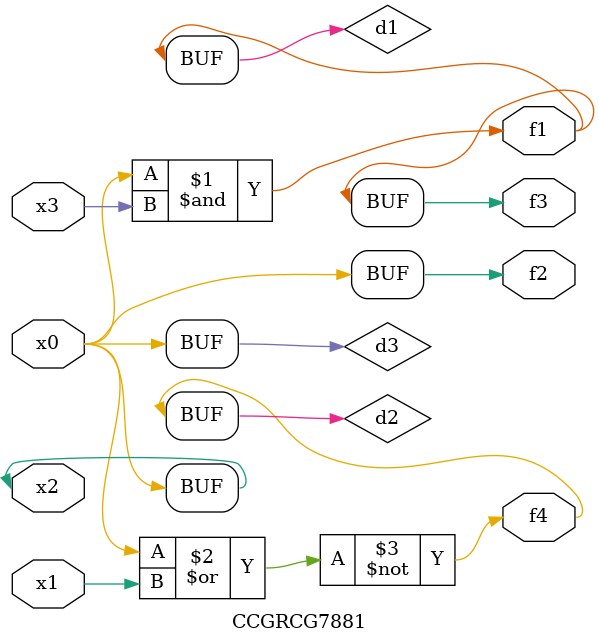
<source format=v>
module CCGRCG7881(
	input x0, x1, x2, x3,
	output f1, f2, f3, f4
);

	wire d1, d2, d3;

	and (d1, x2, x3);
	nor (d2, x0, x1);
	buf (d3, x0, x2);
	assign f1 = d1;
	assign f2 = d3;
	assign f3 = d1;
	assign f4 = d2;
endmodule

</source>
